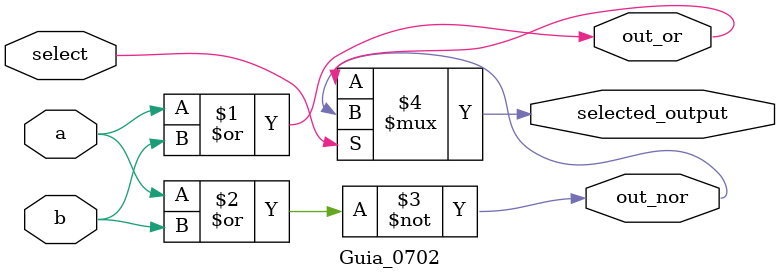
<source format=v>
/*
	Guia_0702.v
	806454 - Yago Almeida Melo
*/


module Guia_0702 (
  input wire a,
  input wire b,
  input wire select,
  output wire out_or,
  output wire out_nor,
  output wire selected_output
);

assign out_or = (a | b);
assign out_nor = ~(a | b);
assign selected_output = select ? out_nor : out_or;

endmodule


</source>
